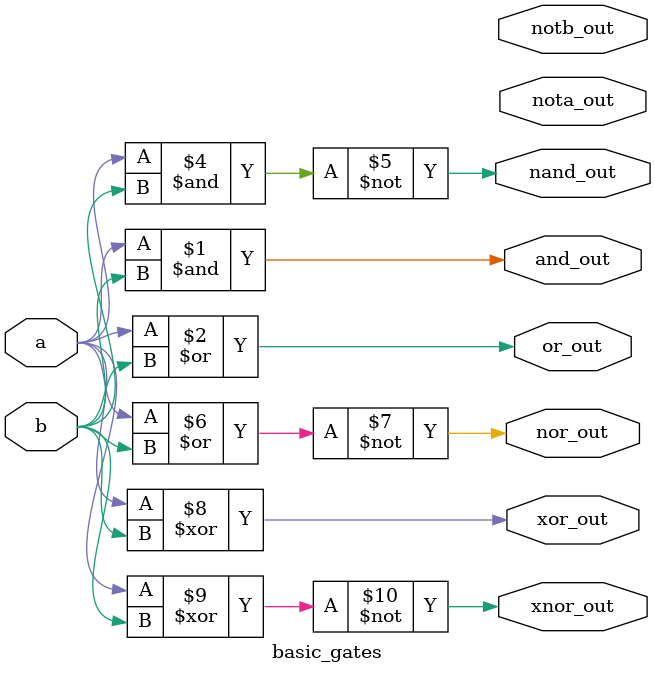
<source format=v>

module basic_gates(
    input a, b,
    output nota_out, notb_out, or_out, nor_out, and_out, nand_out, xor_out, xnor_out
);

    // AND gate
    assign and_out = a & b;

    // OR gate
    assign or_out = a | b;

    // NOT gate (on input a)
    assign not_out = ~a;

    // NAND gate
    assign nand_out = ~(a & b);

    // NOR gate
    assign nor_out = ~(a | b);

    // XOR gate
    assign xor_out = a ^ b;

    // XNOR gate
    assign xnor_out = ~(a ^ b);

endmodule

</source>
